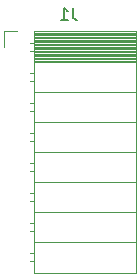
<source format=gbr>
%TF.GenerationSoftware,KiCad,Pcbnew,8.0.6*%
%TF.CreationDate,2024-12-15T12:14:17-05:00*%
%TF.ProjectId,SmallPSU,536d616c-6c50-4535-952e-6b696361645f,1.0*%
%TF.SameCoordinates,Original*%
%TF.FileFunction,Legend,Bot*%
%TF.FilePolarity,Positive*%
%FSLAX46Y46*%
G04 Gerber Fmt 4.6, Leading zero omitted, Abs format (unit mm)*
G04 Created by KiCad (PCBNEW 8.0.6) date 2024-12-15 12:14:17*
%MOMM*%
%LPD*%
G01*
G04 APERTURE LIST*
%ADD10C,0.150000*%
%ADD11C,0.120000*%
G04 APERTURE END LIST*
D10*
X229813333Y-53809819D02*
X229813333Y-54524104D01*
X229813333Y-54524104D02*
X229860952Y-54666961D01*
X229860952Y-54666961D02*
X229956190Y-54762200D01*
X229956190Y-54762200D02*
X230099047Y-54809819D01*
X230099047Y-54809819D02*
X230194285Y-54809819D01*
X228813333Y-54809819D02*
X229384761Y-54809819D01*
X229099047Y-54809819D02*
X229099047Y-53809819D01*
X229099047Y-53809819D02*
X229194285Y-53952676D01*
X229194285Y-53952676D02*
X229289523Y-54047914D01*
X229289523Y-54047914D02*
X229384761Y-54095533D01*
D11*
%TO.C,J1*%
X223990000Y-57125000D02*
X223990000Y-55795000D01*
X223990000Y-55795000D02*
X225100000Y-55795000D01*
X226150000Y-75265000D02*
X226560000Y-75265000D01*
X226150000Y-74545000D02*
X226560000Y-74545000D01*
X226150000Y-72725000D02*
X226560000Y-72725000D01*
X226150000Y-72005000D02*
X226560000Y-72005000D01*
X226150000Y-70185000D02*
X226560000Y-70185000D01*
X226150000Y-69465000D02*
X226560000Y-69465000D01*
X226150000Y-67645000D02*
X226560000Y-67645000D01*
X226150000Y-66925000D02*
X226560000Y-66925000D01*
X226150000Y-65105000D02*
X226560000Y-65105000D01*
X226150000Y-64385000D02*
X226560000Y-64385000D01*
X226150000Y-62565000D02*
X226560000Y-62565000D01*
X226150000Y-61845000D02*
X226560000Y-61845000D01*
X226150000Y-60025000D02*
X226560000Y-60025000D01*
X226150000Y-59305000D02*
X226560000Y-59305000D01*
X226210000Y-57485000D02*
X226560000Y-57485000D01*
X226210000Y-56765000D02*
X226560000Y-56765000D01*
X226560000Y-76235000D02*
X226560000Y-55795000D01*
X226560000Y-76235000D02*
X235190000Y-76235000D01*
X226560000Y-73635000D02*
X235190000Y-73635000D01*
X226560000Y-71095000D02*
X235190000Y-71095000D01*
X226560000Y-68555000D02*
X235190000Y-68555000D01*
X226560000Y-66015000D02*
X235190000Y-66015000D01*
X226560000Y-63475000D02*
X235190000Y-63475000D01*
X226560000Y-60935000D02*
X235190000Y-60935000D01*
X226560000Y-58395000D02*
X235190000Y-58395000D01*
X226560000Y-58276900D02*
X235190000Y-58276900D01*
X226560000Y-58158805D02*
X235190000Y-58158805D01*
X226560000Y-58040710D02*
X235190000Y-58040710D01*
X226560000Y-57922615D02*
X235190000Y-57922615D01*
X226560000Y-57804520D02*
X235190000Y-57804520D01*
X226560000Y-57686425D02*
X235190000Y-57686425D01*
X226560000Y-57568330D02*
X235190000Y-57568330D01*
X226560000Y-57450235D02*
X235190000Y-57450235D01*
X226560000Y-57332140D02*
X235190000Y-57332140D01*
X226560000Y-57214045D02*
X235190000Y-57214045D01*
X226560000Y-57095950D02*
X235190000Y-57095950D01*
X226560000Y-56977855D02*
X235190000Y-56977855D01*
X226560000Y-56859760D02*
X235190000Y-56859760D01*
X226560000Y-56741665D02*
X235190000Y-56741665D01*
X226560000Y-56623570D02*
X235190000Y-56623570D01*
X226560000Y-56505475D02*
X235190000Y-56505475D01*
X226560000Y-56387380D02*
X235190000Y-56387380D01*
X226560000Y-56269285D02*
X235190000Y-56269285D01*
X226560000Y-56151190D02*
X235190000Y-56151190D01*
X226560000Y-56033095D02*
X235190000Y-56033095D01*
X226560000Y-55915000D02*
X235190000Y-55915000D01*
X226560000Y-55795000D02*
X235190000Y-55795000D01*
X235190000Y-76235000D02*
X235190000Y-55795000D01*
%TD*%
M02*

</source>
